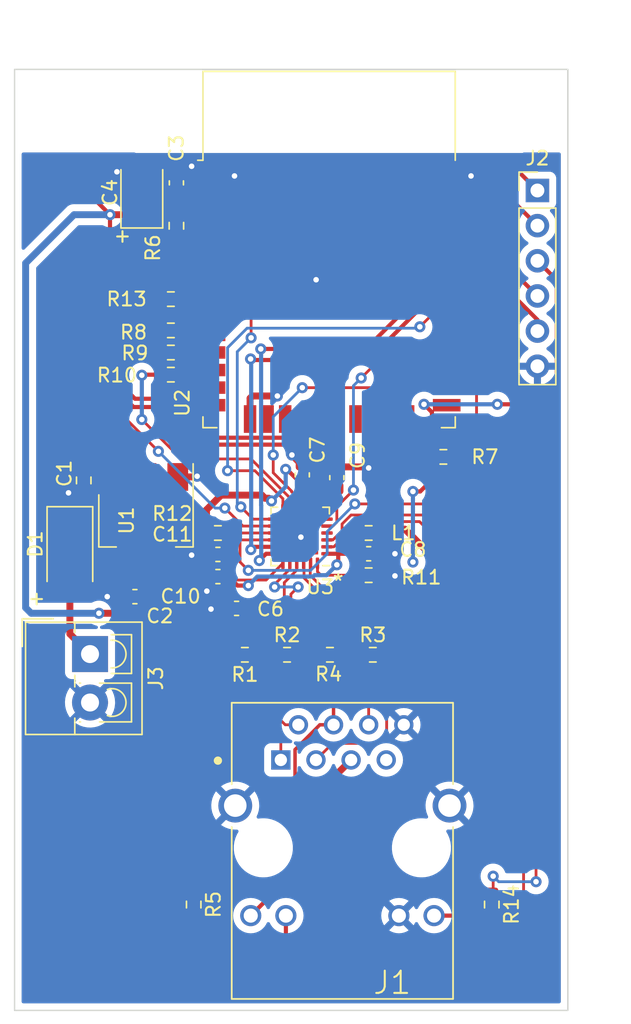
<source format=kicad_pcb>
(kicad_pcb (version 20211014) (generator pcbnew)
  (layers (0 "F.Cu" signal) (31 "B.Cu" signal) (34 "B.Paste" user) (35 "F.Paste" user) (36 "B.SilkS" user "B.Silkscreen") (37 "F.SilkS" user "F.Silkscreen") (38 "B.Mask" user) (39 "F.Mask" user) (44 "Edge.Cuts" user))
  (net 0 "")
  (net 1 "Net-(C1-Pad1)")
  (net 2 "GND")
  (net 3 "+3V3")
  (net 4 "Net-(C10-Pad1)")
  (net 5 "/VDDCR")
  (net 6 "/PHY_RST")
  (net 7 "VBUS")
  (net 8 "/TX+")
  (net 9 "/TX-")
  (net 10 "/RX+")
  (net 11 "/RX-")
  (net 12 "Net-(J1-Pad10)")
  (net 13 "/PHY_L1")
  (net 14 "/PHY_L2")
  (net 15 "/EN")
  (net 16 "/BOOT0")
  (net 17 "/ETH_RXD0")
  (net 18 "Net-(R8-Pad2)")
  (net 19 "/ETH_RXD1")
  (net 20 "Net-(R9-Pad2)")
  (net 21 "/ETH_CRS_DV")
  (net 22 "Net-(R10-Pad2)")
  (net 23 "Net-(R11-Pad1)")
  (net 24 "/PHY_INT")
  (net 42 "/PHY_RXER")
  (net 43 "/ETH_CLK")
  (net 45 "/ETH_MDIO")
  (net 46 "/ETH_TXD0")
  (net 48 "/ETH_TXEN")
  (net 49 "/RX")
  (net 50 "/TX")
  (net 51 "/ETH_TXD1")
  (net 52 "/ETH_MDC")
  (net 54 "Net-(J1-Pad12)")
  (footprint "Resistor_SMD:R_0603_1608Metric" (layer "F.Cu") (at 128.5 114.35 -90)
    (fp_text reference "R14")
    (fp_text value "270")
  )
  (footprint "Resistor_SMD:R_0603_1608Metric" (layer "F.Cu") (at 119.6 87.5 180)
    (fp_text reference "L1")
    (fp_text value "BLM18PG181SN1D")
  )
  (footprint "Resistor_SMD:R_0603_1608Metric" (layer "F.Cu") (at 119.6 90.55)
    (fp_text reference "R11")
    (fp_text value "12.1k")
  )
  (footprint "Resistor_SMD:R_0603_1608Metric" (layer "F.Cu") (at 105.3 74.46 180)
    (fp_text reference "R9")
    (fp_text value "10R")
  )
  (footprint "Package_DFN_QFN:QFN-24-1EP_4x4mm_P0.5mm_EP2.6x2.6mm" (layer "F.Cu") (at 114.65 87.75 180)
    (fp_text reference "U3")
    (fp_text value "LAN8720A")
  )
  (footprint "Capacitor_Tantalum_SMD:CP_EIA-3528-21_Kemet-B" (layer "F.Cu") (at 103.2 63 90)
    (fp_text reference "C4")
    (fp_text value "100u")
  )
  (footprint "Capacitor_SMD:C_0603_1608Metric" (layer "F.Cu") (at 102.7 92.1 180)
    (fp_text reference "C2")
    (fp_text value "10u")
  )
  (footprint "RF_Module:ESP32-WROOM-32" (layer "F.Cu") (at 116.74 70.01)
    (fp_text reference "U2")
    (fp_text value "ESP32-WROOM-32")
  )
  (footprint "Capacitor_SMD:C_0603_1608Metric" (layer "F.Cu") (at 119.6 89)
    (fp_text reference "C8")
    (fp_text value "100n")
  )
  (footprint "Capacitor_SMD:C_0603_1608Metric" (layer "F.Cu") (at 114.8 83.3 -90)
    (fp_text reference "C7")
    (fp_text value "100n")
  )
  (footprint "Resistor_SMD:R_0603_1608Metric" (layer "F.Cu") (at 105.7 65.3 90)
    (fp_text reference "R6")
    (fp_text value "10k")
  )
  (footprint "Resistor_SMD:R_0603_1608Metric" (layer "F.Cu") (at 119.9 96.3)
    (fp_text reference "R3")
    (fp_text value "49R9")
  )
  (footprint "Resistor_SMD:R_0603_1608Metric" (layer "F.Cu") (at 106.95 114.35 -90)
    (fp_text reference "R5")
    (fp_text value "270")
  )
  (footprint "Connector_PinHeader_2.54mm:PinHeader_1x06_P2.54mm_Vertical" (layer "F.Cu") (at 131.8 62.75)
    (fp_text reference "J2")
    (fp_text value "Conn_01x06_Male")
  )
  (footprint "Resistor_SMD:R_0603_1608Metric" (layer "F.Cu") (at 105.3 72.86 180)
    (fp_text reference "R8")
    (fp_text value "10R")
  )
  (footprint "TerminalBlock_4Ucon:TerminalBlock_4Ucon_1x02_P3.50mm_Vertical" (layer "F.Cu") (at 99.455 96.25 -90)
    (fp_text reference "J3")
    (fp_text value "Power")
  )
  (footprint "Capacitor_SMD:C_0603_1608Metric" (layer "F.Cu") (at 105.7 62.2 90)
    (fp_text reference "C3")
    (fp_text value "10u")
  )
  (footprint "Resistor_SMD:R_0603_1608Metric" (layer "F.Cu") (at 99 83.7 -90)
    (fp_text reference "C1")
    (fp_text value "10u")
  )
  (footprint "Capacitor_SMD:C_0603_1608Metric" (layer "F.Cu") (at 110.05 92.95)
    (fp_text reference "C6")
    (fp_text value "100n")
  )
  (footprint "Diode_SMD:D_SMA" (layer "F.Cu") (at 98 89 -90)
    (fp_text reference "D1")
    (fp_text value "SS14")
  )
  (footprint "Resistor_SMD:R_0603_1608Metric" (layer "F.Cu") (at 125 82)
    (fp_text reference "R7")
    (fp_text value "10k")
  )
  (footprint "Resistor_SMD:R_0603_1608Metric" (layer "F.Cu") (at 105.3 76.06 180)
    (fp_text reference "R10")
    (fp_text value "10R")
  )
  (footprint "lib:HANRUN_HR911105A" (layer "F.Cu") (at 117.7 110.25 180)
    (fp_text reference "J1")
    (fp_text value "HR911105A")
  )
  (footprint "Resistor_SMD:R_0603_1608Metric" (layer "F.Cu") (at 110.65 96.3 180)
    (fp_text reference "R1")
    (fp_text value "49R9")
  )
  (footprint "Resistor_SMD:R_0603_1608Metric" (layer "F.Cu") (at 113.7 96.3)
    (fp_text reference "R2")
    (fp_text value "49R9")
  )
  (footprint "Capacitor_SMD:C_0603_1608Metric" (layer "F.Cu") (at 108.7 90.65 180)
    (fp_text reference "C10")
    (fp_text value "100n")
  )
  (footprint "Resistor_SMD:R_0603_1608Metric" (layer "F.Cu") (at 116.8 96.3 180)
    (fp_text reference "R4")
    (fp_text value "49R9")
  )
  (footprint "Resistor_SMD:R_0603_1608Metric" (layer "F.Cu") (at 105.3 70.6 180)
    (fp_text reference "R13")
    (fp_text value "10k")
  )
  (footprint "Capacitor_SMD:C_0603_1608Metric" (layer "F.Cu") (at 117.3 83.5 90)
    (fp_text reference "C9")
    (fp_text value "100n")
  )
  (footprint "Package_TO_SOT_SMD:SOT-223-3_TabPin2" (layer "F.Cu") (at 103.5 86.6 -90)
    (fp_text reference "U1")
    (fp_text value "AMS1117-3.3")
  )
  (footprint "Resistor_SMD:R_0603_1608Metric" (layer "F.Cu") (at 108.7 87.5)
    (fp_text reference "R12")
    (fp_text value "10k")
  )
  (footprint "Capacitor_SMD:C_0603_1608Metric" (layer "F.Cu") (at 108.7 89.05 180)
    (fp_text reference "C11")
    (fp_text value "100n")
  )
  (gr_rect (start 94 122) (end 134 54) (layer "Edge.Cuts") (width 0.1) (fill none))
  (gr_text "+" (at 95.6 92.2) (layer "F.SilkS") (effects (font (size 1 1))))
  (gr_text "*" (at 117.4 91) (layer "F.SilkS") (effects (font (size 1 1))))
  (gr_text "+" (at 101.8 66) (layer "F.SilkS") (effects (font (size 1 1))))
  (segment (start 96.6 84.4) (end 98.125 82.875) (width 0.5) (layer "F.Cu") (net 1))
  (segment (start 96.6 85.6) (end 96.6 84.4) (width 0.5) (layer "F.Cu") (net 1))
  (segment (start 98.125 82.875) (end 99 82.875) (width 0.5) (layer "F.Cu") (net 1))
  (segment (start 98 87) (end 96.6 85.6) (width 0.5) (layer "F.Cu") (net 1))
  (segment (start 100.625 82.875) (end 101.2 83.45) (width 0.5) (layer "F.Cu") (net 1))
  (segment (start 99 82.875) (end 100.625 82.875) (width 0.5) (layer "F.Cu") (net 1))
  (segment (start 103.2 61.4625) (end 101.4625 61.4625) (width 0.5) (layer "F.Cu") (net 2))
  (segment (start 105.7 61.425) (end 106.375 61.425) (width 0.5) (layer "F.Cu") (net 2))
  (segment (start 101.4625 61.4625) (end 101.4 61.4) (width 0.5) (layer "F.Cu") (net 2))
  (segment (start 111.025 79.265) (end 111.025 77.765) (width 0.5) (layer "F.Cu") (net 2))
  (segment (start 120.425 90.55) (end 121.45 90.55) (width 0.2) (layer "F.Cu") (net 2))
  (segment (start 121.45 90.55) (end 121.5 90.6) (width 0.2) (layer "F.Cu") (net 2))
  (segment (start 107.15 83.45) (end 107.2 83.4) (width 0.5) (layer "F.Cu") (net 2))
  (segment (start 101.925 92.1) (end 100.7 92.1) (width 0.5) (layer "F.Cu") (net 2))
  (segment (start 105.8 83.45) (end 107.15 83.45) (width 0.5) (layer "F.Cu") (net 2))
  (segment (start 108.25 92.95) (end 108.2 93) (width 0.5) (layer "F.Cu") (net 2))
  (segment (start 106.375 61.425) (end 106.8 61) (width 0.5) (layer "F.Cu") (net 2))
  (segment (start 114.8 82.525) (end 114.711014 82.525) (width 0.5) (layer "F.Cu") (net 2))
  (segment (start 107.925 90.65) (end 107.9 90.675) (width 0.2) (layer "F.Cu") (net 2))
  (segment (start 119.525 82.725) (end 119.6 82.8) (width 0.5) (layer "F.Cu") (net 2))
  (segment (start 114.711014 82.525) (end 114.049536 81.863522) (width 0.5) (layer "F.Cu") (net 2))
  (segment (start 125.24 61.755) (end 126.945 61.755) (width 0.2) (layer "F.Cu") (net 2))
  (segment (start 109.275 92.95) (end 108.25 92.95) (width 0.5) (layer "F.Cu") (net 2))
  (segment (start 111.025 77.765) (end 111.19 77.6) (width 0.5) (layer "F.Cu") (net 2))
  (segment (start 107.9 90.675) (end 107.9 91.7) (width 0.2) (layer "F.Cu") (net 2))
  (segment (start 108.24 61.755) (end 109.845 61.755) (width 0.5) (layer "F.Cu") (net 2))
  (segment (start 109.845 61.755) (end 109.9 61.7) (width 0.5) (layer "F.Cu") (net 2))
  (segment (start 126.945 61.755) (end 127 61.7) (width 0.2) (layer "F.Cu") (net 2))
  (segment (start 107.925 89.05) (end 106.85 89.05) (width 0.2) (layer "F.Cu") (net 2))
  (segment (start 99 84.525) (end 97.975 84.525) (width 0.5) (layer "F.Cu") (net 2))
  (segment (start 117.3 82.725) (end 119.525 82.725) (width 0.5) (layer "F.Cu") (net 2))
  (segment (start 120.375 89) (end 121.5 89) (width 0.2) (layer "F.Cu") (net 2))
  (segment (start 106.85 89.05) (end 106.8 89.1) (width 0.2) (layer "F.Cu") (net 2))
  (segment (start 97.975 84.525) (end 97.9 84.6) (width 0.5) (layer "F.Cu") (net 2))
  (segment (start 111.19 77.6) (end 113 77.6) (width 0.5) (layer "F.Cu") (net 2))
  (via (at 97.9 84.6) (size 0.8) (drill 0.4) (layers "F.Cu" "B.Cu") (net 2))
  (via (at 127 61.7) (size 0.8) (drill 0.4) (layers "F.Cu" "B.Cu") (net 2))
  (via (at 100.7 92.1) (size 0.8) (drill 0.4) (layers "F.Cu" "B.Cu") (net 2))
  (via (at 106.8 61) (size 0.8) (drill 0.4) (layers "F.Cu" "B.Cu") (net 2))
  (via (at 107.2 83.4) (size 0.8) (drill 0.4) (layers "F.Cu" "B.Cu") (net 2))
  (via (at 114.049536 81.863522) (size 0.8) (drill 0.4) (layers "F.Cu" "B.Cu") (net 2))
  (via (at 109.9 61.7) (size 0.8) (drill 0.4) (layers "F.Cu" "B.Cu") (net 2))
  (via (at 121.5 89) (size 0.8) (drill 0.4) (layers "F.Cu" "B.Cu") (net 2))
  (via (at 121.5 90.6) (size 0.8) (drill 0.4) (layers "F.Cu" "B.Cu") (net 2))
  (via (at 108.2 93) (size 0.8) (drill 0.4) (layers "F.Cu" "B.Cu") (net 2))
  (via (at 114.7 87.8) (size 0.8) (drill 0.4) (layers "F.Cu" "B.Cu") (net 2))
  (via (at 101.4 61.4) (size 0.8) (drill 0.4) (layers "F.Cu" "B.Cu") (net 2))
  (via (at 106.8 89.1) (size 0.8) (drill 0.4) (layers "F.Cu" "B.Cu") (net 2))
  (via (at 107.9 91.7) (size 0.8) (drill 0.4) (layers "F.Cu" "B.Cu") (net 2))
  (via (at 113 77.6) (size 0.8) (drill 0.4) (layers "F.Cu" "B.Cu") (net 2))
  (via (at 119.6 82.8) (size 0.8) (drill 0.4) (layers "F.Cu" "B.Cu") (net 2))
  (via (at 115.8 69.2) (size 0.8) (drill 0.4) (layers "F.Cu" "B.Cu") (net 2))
  (segment (start 105.6375 64.5375) (end 105.7 64.475) (width 0.5) (layer "F.Cu") (net 3))
  (segment (start 114.5 105.75) (end 114.277989 105.527989) (width 0.5) (layer "F.Cu") (net 3))
  (segment (start 114.277989 105.527989) (end 111.277989 105.527989) (width 0.5) (layer "F.Cu") (net 3))
  (segment (start 120.700009 87.224991) (end 120.425 87.5) (width 0.5) (layer "F.Cu") (net 3))
  (segment (start 116.25 105.75) (end 116.15 105.75) (width 0.5) (layer "F.Cu") (net 3))
  (segment (start 107.875 87.5) (end 107.875 85.823623) (width 0.5) (layer "F.Cu") (net 3))
  (segment (start 99.8 63.4) (end 100.9 64.5) (width 0.3) (layer "F.Cu") (net 3))
  (segment (start 110.35 93.95) (end 110.825 93.475) (width 0.5) (layer "F.Cu") (net 3))
  (segment (start 114.9 84.175) (end 114.8 84.075) (width 0.3) (layer "F.Cu") (net 3))
  (segment (start 100.249501 60.250499) (end 99.8 60.7) (width 0.3) (layer "F.Cu") (net 3))
  (segment (start 124 104) (end 124 98) (width 0.5) (layer "F.Cu") (net 3))
  (segment (start 106.9 101.15) (end 106.9 96.2) (width 0.5) (layer "F.Cu") (net 3))
  (segment (start 122.25 105.75) (end 124 104) (width 0.5) (layer "F.Cu") (net 3))
  (segment (start 111.877711 84.763328) (end 112.101572 84.98719) (width 0.5) (layer "F.Cu") (net 3))
  (segment (start 103.475 92.1) (end 103.475 92.925) (width 0.5) (layer "F.Cu") (net 3))
  (segment (start 125.825 82) (end 123.325 84.5) (width 0.3) (layer "F.Cu") (net 3))
  (segment (start 117.06 97.385) (end 117.06 101.36) (width 0.25) (layer "F.Cu") (net 3))
  (segment (start 117.06 101.36) (end 116.071465 101.36) (width 0.25) (layer "F.Cu") (net 3))
  (segment (start 103.1625 64.5) (end 103.2 64.5375) (width 0.5) (layer "F.Cu") (net 3))
  (segment (start 103.5 92.075) (end 103.475 92.1) (width 0.5) (layer "F.Cu") (net 3))
  (segment (start 114.8 84.075) (end 114.8 84.012493) (width 0.3) (layer "F.Cu") (net 3))
  (segment (start 123.325 84.5) (end 122.8 84.5) (width 0.3) (layer "F.Cu") (net 3))
  (segment (start 114.525 96.3) (end 115.975 96.3) (width 0.25) (layer "F.Cu") (net 3))
  (segment (start 124 96.5) (end 123.8 96.3) (width 0.5) (layer "F.Cu") (net 3))
  (segment (start 103.5 89.75) (end 104.55 89.75) (width 0.5) (layer "F.Cu") (net 3))
  (segment (start 106.9 96.2) (end 106.9 94.2) (width 0.5) (layer "F.Cu") (net 3))
  (segment (start 115.975 96.3) (end 117.06 97.385) (width 0.25) (layer "F.Cu") (net 3))
  (segment (start 112.376176 84.98719) (end 112.57347 85.184484) (width 0.5) (layer "F.Cu") (net 3))
  (segment (start 112.101572 84.98719) (end 112.376176 84.98719) (width 0.5) (layer "F.Cu") (net 3))
  (segment (start 110.825 93.475) (end 110.825 92.95) (width 0.5) (layer "F.Cu") (net 3))
  (segment (start 116.15 110.075) (end 116.15 105.75) (width 0.3) (layer "F.Cu") (net 3))
  (segment (start 103.5 83.45) (end 103.5 89.75) (width 0.5) (layer "F.Cu") (net 3))
  (segment (start 108.935295 84.763328) (end 111.877711 84.763328) (width 0.5) (layer "F.Cu") (net 3))
  (segment (start 100.9 67.025) (end 100.9 64.5) (width 0.3) (layer "F.Cu") (net 3))
  (segment (start 103.475 92.925) (end 103.1 93.3) (width 0.5) (layer "F.Cu") (net 3))
  (segment (start 105.7 62.975) (end 108.19 62.975) (width 0.5) (layer "F.Cu") (net 3))
  (segment (start 105.7 64.475) (end 105.7 62.975) (width 0.5) (layer "F.Cu") (net 3))
  (segment (start 116.25 105.75) (end 122.25 105.75) (width 0.5) (layer "F.Cu") (net 3))
  (segment (start 116.15 105.75) (end 114.5 105.75) (width 0.5) (layer "F.Cu") (net 3))
  (segment (start 123.8 96.3) (end 120.725 96.3) (width 0.5) (layer "F.Cu") (net 3))
  (segment (start 131.8 62.75) (end 129.300499 60.250499) (width 0.3) (layer "F.Cu") (net 3))
  (segment (start 122.8 89.6) (end 122.8 88) (width 0.3) (layer "F.Cu") (net 3))
  (segment (start 122.224991 87.224991) (end 120.700009 87.224991) (width 0.5) (layer "F.Cu") (net 3))
  (segment (start 109.825 96.3) (end 107 96.3) (width 0.5) (layer "F.Cu") (net 3))
  (segment (start 124 89) (end 122.9 87.9) (width 0.5) (layer "F.Cu") (net 3))
  (segment (start 124 96.5) (end 124 89) (width 0.5) (layer "F.Cu") (net 3))
  (segment (start 107.875 85.823623) (end 108.935295 84.763328) (width 0.5) (layer "F.Cu") (net 3))
  (segment (start 107 96.3) (end 106.9 96.2) (width 0.5) (layer "F.Cu") (net 3))
  (segment (start 129.300499 60.250499) (end 100.249501 60.250499) (width 0.3) (layer "F.Cu") (net 3))
  (segment (start 111.075 115.15) (end 116.15 110.075) (width 0.3) (layer "F.Cu") (net 3))
  (segment (start 106.9 94.2) (end 107.15 93.95) (width 0.5) (layer "F.Cu") (net 3))
  (segment (start 114.8 84.012493) (end 113.687507 82.9) (width 0.3) (layer "F.Cu") (net 3))
  (segment (start 113.687507 82.9) (end 113.6 82.9) (width 0.3) (layer "F.Cu") (net 3))
  (segment (start 99.8 60.7) (end 99.8 63.4) (width 0.3) (layer "F.Cu") (net 3))
  (segment (start 100.9 64.5) (end 103.1625 64.5) (width 0.5) (layer "F.Cu") (net 3))
  (segment (start 103.5 89.75) (end 103.5 92.075) (width 0.5) (layer "F.Cu") (net 3))
  (segment (start 103.1 93.3) (end 100.1 93.3) (width 0.5) (layer "F.Cu") (net 3))
  (segment (start 116.48 105.75) (end 116.25 105.75) (width 0.5) (layer "F.Cu") (net 3))
  (segment (start 116.071465 101.36) (end 114.277989 103.153476) (width 0.25) (layer "F.Cu") (net 3))
  (segment (start 124 98) (end 124 96.5) (width 0.5) (layer "F.Cu") (net 3))
  (segment (start 103.2 64.5375) (end 105.6375 64.5375) (width 0.5) (layer "F.Cu") (net 3))
  (segment (start 107.15 93.95) (end 110.35 93.95) (width 0.5) (layer "F.Cu") (net 3))
  (segment (start 114.9 85.8125) (end 114.9 84.175) (width 0.3) (layer "F.Cu") (net 3))
  (segment (start 114.277989 103.153476) (end 114.277989 105.527989) (width 0.25) (layer "F.Cu") (net 3))
  (segment (start 122.8 88) (end 122.9 87.9) (width 0.3) (layer "F.Cu") (net 3))
  (segment (start 103.475 92.1) (end 105.3 92.1) (width 0.5) (layer "F.Cu") (net 3))
  (segment (start 118.33 103.9) (end 116.48 105.75) (width 0.5) (layer "F.Cu") (net 3))
  (segment (start 106.8 87.5) (end 107.875 87.5) (width 0.5) (layer "F.Cu") (net 3))
  (segment (start 108.19 62.975) (end 108.24 63.025) (width 0.5) (layer "F.Cu") (net 3))
  (segment (start 111.277989 105.527989) (end 106.9 101.15) (width 0.5) (layer "F.Cu") (net 3))
  (segment (start 104.55 89.75) (end 106.8 87.5) (width 0.5) (layer "F.Cu") (net 3))
  (segment (start 105.3 92.1) (end 107.15 93.95) (width 0.5) (layer "F.Cu") (net 3))
  (segment (start 104.475 70.6) (end 100.9 67.025) (width 0.3) (layer "F.Cu") (net 3))
  (segment (start 122.9 87.9) (end 122.224991 87.224991) (width 0.5) (layer "F.Cu") (net 3))
  (via (at 113.6 82.9) (size 0.8) (drill 0.4) (layers "F.Cu" "B.Cu") (net 3))
  (via (at 112.57347 85.184484) (size 0.8) (drill 0.4) (layers "F.Cu" "B.Cu") (net 3))
  (via (at 100.1 93.3) (size 0.8) (drill 0.4) (layers "F.Cu" "B.Cu") (net 3))
  (via (at 100.9 64.5) (size 0.8) (drill 0.4) (layers "F.Cu" "B.Cu") (net 3))
  (via (at 122.8 89.6) (size 0.8) (drill 0.4) (layers "F.Cu" "B.Cu") (net 3))
  (via (at 122.8 84.5) (size 0.8) (drill 0.4) (layers "F.Cu" "B.Cu") (net 3))
  (segment (start 100.1 93.3) (end 95.2 93.3) (width 0.5) (layer "B.Cu") (net 3))
  (segment (start 94.8 68) (end 98.3 64.5) (width 0.5) (layer "B.Cu") (net 3))
  (segment (start 94.8 92.9) (end 94.8 68) (width 0.5) (layer "B.Cu") (net 3))
  (segment (start 95.2 93.3) (end 94.8 92.9) (width 0.5) (layer "B.Cu") (net 3))
  (segment (start 113.6 82.9) (end 113.6 84.157954) (width 0.3) (layer "B.Cu") (net 3))
  (segment (start 113.6 84.157954) (end 112.57347 85.184484) (width 0.3) (layer "B.Cu") (net 3))
  (segment (start 98.3 64.5) (end 100.9 64.5) (width 0.5) (layer "B.Cu") (net 3))
  (segment (start 122.8 84.5) (end 122.8 89.6) (width 0.3) (layer "B.Cu") (net 3))
  (segment (start 109.475 90.65) (end 109.724501 90.899501) (width 0.2) (layer "F.Cu") (net 4))
  (segment (start 112.187999 90.899501) (end 113.4 89.6875) (width 0.2) (layer "F.Cu") (net 4))
  (segment (start 110.9 91.3) (end 110.125 91.3) (width 0.3) (layer "F.Cu") (net 4))
  (segment (start 117.4 89.7) (end 117.3 89.8) (width 0.3) (layer "F.Cu") (net 4))
  (segment (start 109.724501 90.899501) (end 112.187999 90.899501) (width 0.2) (layer "F.Cu") (net 4))
  (segment (start 118.775 88.95) (end 118.825 89) (width 0.3) (layer "F.Cu") (net 4))
  (segment (start 110.125 91.3) (end 109.475 90.65) (width 0.3) (layer "F.Cu") (net 4))
  (segment (start 116.5875 89) (end 117.4 89) (width 0.3) (layer "F.Cu") (net 4))
  (segment (start 118.775 87.5) (end 118.775 88.95) (width 0.3) (layer "F.Cu") (net 4))
  (segment (start 117.4 89) (end 118.825 89) (width 0.3) (layer "F.Cu") (net 4))
  (segment (start 117.4 89) (end 117.4 89.7) (width 0.3) (layer "F.Cu") (net 4))
  (via (at 117.3 89.8) (size 0.8) (drill 0.4) (layers "F.Cu" "B.Cu") (net 4))
  (via (at 110.9 91.3) (size 0.8) (drill 0.4) (layers "F.Cu" "B.Cu") (net 4))
  (segment (start 115.586193 90.649511) (end 115.213806 90.64951) (width 0.3) (layer "B.Cu") (net 4))
  (segment (start 116.550489 90.549511) (end 115.686193 90.549511) (width 0.3) (layer "B.Cu") (net 4))
  (segment (start 111.550489 90.649511) (end 110.9 91.3) (width 0.3) (layer "B.Cu") (net 4))
  (segment (start 117.3 89.8) (end 116.550489 90.549511) (width 0.3) (layer "B.Cu") (net 4))
  (segment (start 115.686193 90.549511) (end 115.586193 90.649511) (width 0.3) (layer "B.Cu") (net 4))
  (segment (start 115.213806 90.64951) (end 111.550489 90.649511) (width 0.3) (layer "B.Cu") (net 4))
  (segment (start 117.3 85.035006) (end 117.3 84.275) (width 0.2) (layer "F.Cu") (net 5))
  (segment (start 116.5875 85.747506) (end 117.3 85.035006) (width 0.2) (layer "F.Cu") (net 5))
  (segment (start 116.5875 86.5) (end 116.5875 85.747506) (width 0.2) (layer "F.Cu") (net 5))
  (segment (start 112.7125 87.5) (end 109.525 87.5) (width 0.2) (layer "F.Cu") (net 6))
  (segment (start 109.475 89.05) (end 109.525 89) (width 0.3) (layer "F.Cu") (net 6))
  (segment (start 109.525 89) (end 109.525 87.5) (width 0.3) (layer "F.Cu") (net 6))
  (segment (start 98 94.795) (end 99.455 96.25) (width 0.5) (layer "F.Cu") (net 7))
  (segment (start 98 91) (end 98 94.795) (width 0.5) (layer "F.Cu") (net 7))
  (segment (start 113.25 103.9) (end 113.25 101.678199) (width 0.2) (layer "F.Cu") (net 8))
  (segment (start 111.825 96.65) (end 111.475 96.3) (width 0.2) (layer "F.Cu") (net 8))
  (segment (start 111.475 96.3) (end 113.5 94.275) (width 0.2) (layer "F.Cu") (net 8))
  (segment (start 111.825 100.253199) (end 111.825 96.65) (width 0.2) (layer "F.Cu") (net 8))
  (segment (start 114.4 90.1818) (end 114.4 89.6875) (width 0.2) (layer "F.Cu") (net 8))
  (segment (start 113.5 94.275) (end 113.5 91.0818) (width 0.2) (layer "F.Cu") (net 8))
  (segment (start 113.5 91.0818) (end 114.4 90.1818) (width 0.2) (layer "F.Cu") (net 8))
  (segment (start 113.25 101.678199) (end 111.825 100.253199) (width 0.2) (layer "F.Cu") (net 8))
  (segment (start 112.8005 91.211511) (end 112.8005 91.399011) (width 0.2) (layer "F.Cu") (net 9))
  (segment (start 112.275 96.9) (end 112.875 96.3) (width 0.2) (layer "F.Cu") (net 9))
  (segment (start 113.97784 91.92216) (end 114.5 91.4) (width 0.2) (layer "F.Cu") (net 9))
  (segment (start 113.9 90.112011) (end 112.8005 91.211511) (width 0.2) (layer "F.Cu") (net 9))
  (segment (start 112.875 96.3) (end 113.97784 95.19716) (width 0.2) (layer "F.Cu") (net 9))
  (segment (start 112.275 100.066801) (end 112.275 96.9) (width 0.2) (layer "F.Cu") (net 9))
  (segment (start 113.568199 101.36) (end 112.275 100.066801) (width 0.2) (layer "F.Cu") (net 9))
  (segment (start 114.52 101.36) (end 113.568199 101.36) (width 0.2) (layer "F.Cu") (net 9))
  (segment (start 113.97784 95.19716) (end 113.97784 91.92216) (width 0.2) (layer "F.Cu") (net 9))
  (segment (start 113.9 89.6875) (end 113.9 90.112011) (width 0.2) (layer "F.Cu") (net 9))
  (via (at 112.8005 91.399011) (size 0.8) (drill 0.4) (layers "F.Cu" "B.Cu") (net 9))
  (via (at 114.5 91.4) (size 0.8) (drill 0.4) (layers "F.Cu" "B.Cu") (net 9))
  (segment (start 112.801489 91.4) (end 112.8005 91.399011) (width 0.2) (layer "B.Cu") (net 9))
  (segment (start 114.5 91.4) (end 112.801489 91.4) (width 0.2) (layer "B.Cu") (net 9))
  (segment (start 114.320483 91.39901) (end 112.8005 91.399011) (width 0.2) (layer "B.Cu") (net 9))
  (segment (start 115.79 103.9) (end 116.99 102.7) (width 0.2) (layer "F.Cu") (net 10))
  (segment (start 120.3 102.7) (end 120.9 102.1) (width 0.2) (layer "F.Cu") (net 10))
  (segment (start 116.99 102.7) (end 120.3 102.7) (width 0.2) (layer "F.Cu") (net 10))
  (segment (start 118.575001 96.799999) (end 119.075 96.3) (width 0.2) (layer "F.Cu") (net 10))
  (segment (start 115.375001 89.712499) (end 115.375001 90.556801) (width 0.2) (layer "F.Cu") (net 10))
  (segment (start 120.9 102.1) (end 120.9 100.6318) (width 0.2) (layer "F.Cu") (net 10))
  (segment (start 118.525 93.7068) (end 118.525 95.75) (width 0.2) (layer "F.Cu") (net 10))
  (segment (start 115.375001 90.556801) (end 118.525 93.7068) (width 0.2) (layer "F.Cu") (net 10))
  (segment (start 120.9 100.6318) (end 118.575001 98.306801) (width 0.2) (layer "F.Cu") (net 10))
  (segment (start 115.4 89.6875) (end 115.375001 89.712499) (width 0.2) (layer "F.Cu") (net 10))
  (segment (start 118.525 95.75) (end 119.075 96.3) (width 0.2) (layer "F.Cu") (net 10))
  (segment (start 118.575001 98.306801) (end 118.575001 96.799999) (width 0.2) (layer "F.Cu") (net 10))
  (segment (start 118.124999 96.799999) (end 117.625 96.3) (width 0.2) (layer "F.Cu") (net 11))
  (segment (start 119.6 99.9682) (end 118.124999 98.493199) (width 0.2) (layer "F.Cu") (net 11))
  (segment (start 118.075 95.85) (end 117.625 96.3) (width 0.2) (layer "F.Cu") (net 11))
  (segment (start 118.075 93.8932) (end 118.075 95.85) (width 0.2) (layer "F.Cu") (net 11))
  (segment (start 118.124999 98.493199) (end 118.124999 96.799999) (width 0.2) (layer "F.Cu") (net 11))
  (segment (start 119.6 101.36) (end 119.6 99.9682) (width 0.2) (layer "F.Cu") (net 11))
  (segment (start 114.9 89.6875) (end 114.924999 89.712499) (width 0.2) (layer "F.Cu") (net 11))
  (segment (start 114.924999 89.712499) (end 114.924999 90.743199) (width 0.2) (layer "F.Cu") (net 11))
  (segment (start 114.924999 90.743199) (end 118.075 93.8932) (width 0.2) (layer "F.Cu") (net 11))
  (segment (start 113.615 116.685) (end 113.615 115.15) (width 0.3) (layer "F.Cu") (net 12))
  (segment (start 108.875 117.1) (end 113.2 117.1) (width 0.3) (layer "F.Cu") (net 12))
  (segment (start 113.2 117.1) (end 113.615 116.685) (width 0.3) (layer "F.Cu") (net 12))
  (segment (start 106.95 115.175) (end 108.875 117.1) (width 0.3) (layer "F.Cu") (net 12))
  (segment (start 124.1 86.2) (end 131.7 93.8) (width 0.2) (layer "F.Cu") (net 13))
  (segment (start 116.5875 88) (end 117.011973 88) (width 0.2) (layer "F.Cu") (net 13))
  (segment (start 131.7 93.8) (end 131.7 112.7) (width 0.2) (layer "F.Cu") (net 13))
  (segment (start 128.6 113.425) (end 128.5 113.525) (width 0.2) (layer "F.Cu") (net 13))
  (segment (start 117.675969 87.336004) (end 117.67597 86.852609) (width 0.2) (layer "F.Cu") (net 13))
  (segment (start 117.67597 86.852609) (end 118.328579 86.2) (width 0.2) (layer "F.Cu") (net 13))
  (segment (start 117.011973 88) (end 117.675969 87.336004) (width 0.2) (layer "F.Cu") (net 13))
  (segment (start 128.6 112.3) (end 128.6 113.425) (width 0.2) (layer "F.Cu") (net 13))
  (segment (start 118.328579 86.2) (end 124.1 86.2) (width 0.2) (layer "F.Cu") (net 13))
  (via (at 128.6 112.3) (size 0.8) (drill 0.4) (layers "F.Cu" "B.Cu") (net 13))
  (via (at 131.7 112.7) (size 0.8) (drill 0.4) (layers "F.Cu" "B.Cu") (net 13))
  (segment (start 131.7 112.7) (end 129 112.7) (width 0.2) (layer "B.Cu") (net 13))
  (segment (start 129 112.7) (end 128.6 112.3) (width 0.2) (layer "B.Cu") (net 13))
  (segment (start 130.8 119) (end 105 119) (width 0.2) (layer "F.Cu") (net 14))
  (segment (start 104.3 118.3) (end 104.3 116.175) (width 0.2) (layer "F.Cu") (net 14))
  (segment (start 118.075479 87.501487) (end 118.075479 87.018094) (width 0.2) (layer "F.Cu") (net 14))
  (segment (start 117.076966 88.5) (end 118.075479 87.501487) (width 0.2) (layer "F.Cu") (net 14))
  (segment (start 130.8 94.2) (end 130.8 119) (width 0.2) (layer "F.Cu") (net 14))
  (segment (start 104.3 116.175) (end 106.95 113.525) (width 0.2) (layer "F.Cu") (net 14))
  (segment (start 116.5875 88.5) (end 117.076966 88.5) (width 0.2) (layer "F.Cu") (net 14))
  (segment (start 118.075479 87.018094) (end 118.418093 86.67548) (width 0.2) (layer "F.Cu") (net 14))
  (segment (start 105 119) (end 104.3 118.3) (width 0.2) (layer "F.Cu") (net 14))
  (segment (start 118.418093 86.67548) (end 123.27548 86.67548) (width 0.2) (layer "F.Cu") (net 14))
  (segment (start 123.27548 86.67548) (end 130.8 94.2) (width 0.2) (layer "F.Cu") (net 14))
  (segment (start 107.53 64.295) (end 108.24 64.295) (width 0.3) (layer "F.Cu") (net 15))
  (segment (start 113.4 61) (end 123.890489 61) (width 0.3) (layer "F.Cu") (net 15))
  (segment (start 108.24 64.295) (end 110.105 64.295) (width 0.3) (layer "F.Cu") (net 15))
  (segment (start 123.890489 61) (end 123.990489 60.9) (width 0.3) (layer "F.Cu") (net 15))
  (segment (start 105.7 66.125) (end 107.53 64.295) (width 0.3) (layer "F.Cu") (net 15))
  (segment (start 127.41 60.9) (end 131.8 65.29) (width 0.3) (layer "F.Cu") (net 15))
  (segment (start 123.990489 60.9) (end 127.41 60.9) (width 0.3) (layer "F.Cu") (net 15))
  (segment (start 110.105 64.295) (end 113.4 61) (width 0.3) (layer "F.Cu") (net 15))
  (segment (start 133.2 69.23) (end 133.2 77.2) (width 0.3) (layer "F.Cu") (net 16))
  (segment (start 132.2 78.2) (end 128.9 78.2) (width 0.3) (layer "F.Cu") (net 16))
  (segment (start 124.175 78.775) (end 123.6 78.2) (width 0.3) (layer "F.Cu") (net 16))
  (segment (start 125.175 78.2) (end 125.24 78.265) (width 0.3) (layer "F.Cu") (net 16))
  (segment (start 123.6 78.2) (end 125.175 78.2) (width 0.3) (layer "F.Cu") (net 16))
  (segment (start 124.175 82) (end 124.175 78.775) (width 0.3) (layer "F.Cu") (net 16))
  (segment (start 133.2 77.2) (end 132.2 78.2) (width 0.3) (layer "F.Cu") (net 16))
  (segment (start 131.8 67.83) (end 133.2 69.23) (width 0.3) (layer "F.Cu") (net 16))
  (via (at 128.9 78.2) (size 0.8) (drill 0.4) (layers "F.Cu" "B.Cu") (net 16))
  (via (at 123.6 78.2) (size 0.8) (drill 0.4) (layers "F.Cu" "B.Cu") (net 16))
  (segment (start 128.9 78.2) (end 123.6 78.2) (width 0.3) (layer "B.Cu") (net 16))
  (segment (start 106.45 73.185) (end 106.125 72.86) (width 0.3) (layer "F.Cu") (net 17))
  (segment (start 108.24 73.185) (end 106.45 73.185) (width 0.3) (layer "F.Cu") (net 17))
  (segment (start 115.9 82.240045) (end 114.773978 81.114022) (width 0.3) (layer "F.Cu") (net 18))
  (segment (start 105.5 78.4) (end 102.6 78.4) (width 0.3) (layer "F.Cu") (net 18))
  (segment (start 114.773978 81.114022) (end 108.214022 81.114022) (width 0.3) (layer "F.Cu") (net 18))
  (segment (start 101.5 74.9) (end 103.54 72.86) (width 0.3) (layer "F.Cu") (net 18))
  (segment (start 101.5 77.3) (end 101.5 74.9) (width 0.3) (layer "F.Cu") (net 18))
  (segment (start 115.4 84.962493) (end 115.9 84.462493) (width 0.3) (layer "F.Cu") (net 18))
  (segment (start 115.9 84.462493) (end 115.9 82.240045) (width 0.3) (layer "F.Cu") (net 18))
  (segment (start 102.6 78.4) (end 101.5 77.3) (width 0.3) (layer "F.Cu") (net 18))
  (segment (start 108.214022 81.114022) (end 105.5 78.4) (width 0.3) (layer "F.Cu") (net 18))
  (segment (start 115.4 85.8125) (end 115.4 84.962493) (width 0.3) (layer "F.Cu") (net 18))
  (segment (start 103.54 72.86) (end 104.475 72.86) (width 0.3) (layer "F.Cu") (net 18))
  (segment (start 106.13 74.455) (end 106.125 74.46) (width 0.3) (layer "F.Cu") (net 19))
  (segment (start 108.24 74.455) (end 106.13 74.455) (width 0.3) (layer "F.Cu") (net 19))
  (segment (start 105.625978 77.8) (end 102.706416 77.8) (width 0.3) (layer "F.Cu") (net 20))
  (segment (start 115.9 85.2) (end 116.4 84.7) (width 0.3) (layer "F.Cu") (net 20))
  (segment (start 115.9 85.8125) (end 115.9 85.2) (width 0.3) (layer "F.Cu") (net 20))
  (segment (start 102.1 75.1) (end 102.74 74.46) (width 0.3) (layer "F.Cu") (net 20))
  (segment (start 102.706416 77.8) (end 102.1 77.193584) (width 0.3) (layer "F.Cu") (net 20))
  (segment (start 116.4 82.033629) (end 114.980882 80.614511) (width 0.3) (layer "F.Cu") (net 20))
  (segment (start 114.980882 80.614511) (end 108.440489 80.614511) (width 0.3) (layer "F.Cu") (net 20))
  (segment (start 102.1 77.193584) (end 102.1 75.1) (width 0.3) (layer "F.Cu") (net 20))
  (segment (start 108.440489 80.614511) (end 105.625978 77.8) (width 0.3) (layer "F.Cu") (net 20))
  (segment (start 102.74 74.46) (end 104.475 74.46) (width 0.3) (layer "F.Cu") (net 20))
  (segment (start 116.4 84.7) (end 116.4 82.033629) (width 0.3) (layer "F.Cu") (net 20))
  (segment (start 108.24 75.725) (end 106.46 75.725) (width 0.3) (layer "F.Cu") (net 21))
  (segment (start 106.46 75.725) (end 106.125 76.06) (width 0.3) (layer "F.Cu") (net 21))
  (segment (start 103.24 76.06) (end 103.2 76.1) (width 0.3) (layer "F.Cu") (net 22))
  (segment (start 111.093712 82.150489) (end 106.050489 82.150489) (width 0.2) (layer "F.Cu") (net 22))
  (segment (start 113.9 84.956776) (end 111.093712 82.150489) (width 0.2) (layer "F.Cu") (net 22))
  (segment (start 106.050489 82.150489) (end 103.2 79.3) (width 0.2) (layer "F.Cu") (net 22))
  (segment (start 113.9 85.8125) (end 113.9 84.956776) (width 0.2) (layer "F.Cu") (net 22))
  (segment (start 104.475 76.06) (end 103.24 76.06) (width 0.3) (layer "F.Cu") (net 22))
  (via (at 103.2 76.1) (size 0.8) (drill 0.4) (layers "F.Cu" "B.Cu") (net 22))
  (via (at 103.2 79.3) (size 0.8) (drill 0.4) (layers "F.Cu" "B.Cu") (net 22))
  (segment (start 103.2 76.1) (end 103.2 79.3) (width 0.3) (layer "B.Cu") (net 22))
  (segment (start 115.9 90.3) (end 116.15 90.55) (width 0.2) (layer "F.Cu") (net 23))
  (segment (start 115.9 89.6875) (end 115.9 90.3) (width 0.2) (layer "F.Cu") (net 23))
  (segment (start 116.15 90.55) (end 118.775 90.55) (width 0.2) (layer "F.Cu") (net 23))
  (segment (start 106.125 71.175) (end 106.125 70.6) (width 0.2) (layer "F.Cu") (net 24))
  (segment (start 104.4 81.6) (end 100.8 78) (width 0.2) (layer "F.Cu") (net 24))
  (segment (start 100.8 78) (end 100.8 73) (width 0.2) (layer "F.Cu") (net 24))
  (segment (start 109.206427 85.7) (end 109.2 85.7) (width 0.2) (layer "F.Cu") (net 24))
  (segment (start 100.8 73) (end 102.3 71.5) (width 0.2) (layer "F.Cu") (net 24))
  (segment (start 102.3 71.5) (end 105.8 71.5) (width 0.2) (layer "F.Cu") (net 24))
  (segment (start 106.125 70.6) (end 106.17 70.645) (width 0.2) (layer "F.Cu") (net 24))
  (segment (start 110.506427 87) (end 109.206427 85.7) (width 0.2) (layer "F.Cu") (net 24))
  (segment (start 112.7125 87) (end 110.506427 87) (width 0.2) (layer "F.Cu") (net 24))
  (segment (start 106.17 70.645) (end 108.24 70.645) (width 0.2) (layer "F.Cu") (net 24))
  (segment (start 105.8 71.5) (end 106.125 71.175) (width 0.2) (layer "F.Cu") (net 24))
  (via (at 104.4 81.6) (size 0.8) (drill 0.4) (layers "F.Cu" "B.Cu") (net 24))
  (via (at 109.2 85.7) (size 0.8) (drill 0.4) (layers "F.Cu" "B.Cu") (net 24))
  (segment (start 108.5 85.7) (end 104.4 81.6) (width 0.2) (layer "B.Cu") (net 24))
  (segment (start 109.2 85.7) (end 108.5 85.7) (width 0.2) (layer "B.Cu") (net 24))
  (segment (start 112.7 83.147106) (end 112.7 81.863534) (width 0.2) (layer "F.Cu") (net 42))
  (segment (start 113.791461 84.238564) (end 113.791458 84.238564) (width 0.2) (layer "F.Cu") (net 42))
  (segment (start 124.460978 75.725) (end 125.24 75.725) (width 0.2) (layer "F.Cu") (net 42))
  (segment (start 114.4 84.891783) (end 114.025484 84.517267) (width 0.2) (layer "F.Cu") (net 42))
  (segment (start 123.185978 77) (end 124.460978 75.725) (width 0.2) (layer "F.Cu") (net 42))
  (segment (start 114.4 85.8125) (end 114.4 84.891783) (width 0.2) (layer "F.Cu") (net 42))
  (segment (start 114.025484 84.517267) (end 114.025484 84.472587) (width 0.2) (layer "F.Cu") (net 42))
  (segment (start 114.8 77) (end 123.185978 77) (width 0.2) (layer "F.Cu") (net 42))
  (segment (start 113.791458 84.238564) (end 112.7 83.147106) (width 0.2) (layer "F.Cu") (net 42))
  (segment (start 114.025484 84.472587) (end 113.791461 84.238564) (width 0.2) (layer "F.Cu") (net 42))
  (via (at 114.8 77) (size 0.8) (drill 0.4) (layers "F.Cu" "B.Cu") (net 42))
  (via (at 112.7 81.863534) (size 0.8) (drill 0.4) (layers "F.Cu" "B.Cu") (net 42))
  (segment (start 112.7 81.863534) (end 112.7 79.1) (width 0.2) (layer "B.Cu") (net 42))
  (segment (start 112.7 79.1) (end 114.8 77) (width 0.2) (layer "B.Cu") (net 42))
  (segment (start 116.5875 87) (end 117.011973 87) (width 0.2) (layer "F.Cu") (net 43))
  (segment (start 117.011973 87) (end 117.29952 86.712453) (width 0.2) (layer "F.Cu") (net 43))
  (segment (start 117.29952 86.712453) (end 117.29952 85.60048) (width 0.2) (layer "F.Cu") (net 43))
  (segment (start 125.24 74.455) (end 120.905288 74.455) (width 0.2) (layer "F.Cu") (net 43))
  (segment (start 120.905288 74.455) (end 119.059788 76.3005) (width 0.2) (layer "F.Cu") (net 43))
  (segment (start 117.29952 85.60048) (end 118.5 84.4) (width 0.2) (layer "F.Cu") (net 43))
  (via (at 118.5 84.4) (size 0.8) (drill 0.4) (layers "F.Cu" "B.Cu") (net 43))
  (via (at 119.059788 76.3005) (size 0.8) (drill 0.4) (layers "F.Cu" "B.Cu") (net 43))
  (segment (start 118.5 84.4) (end 118.5 76.860288) (width 0.2) (layer "B.Cu") (net 43))
  (segment (start 118.5 76.860288) (end 119.059788 76.3005) (width 0.2) (layer "B.Cu") (net 43))
  (segment (start 113.4 85.02177) (end 111.37823 83) (width 0.2) (layer "F.Cu") (net 45))
  (segment (start 123.985 71.915) (end 125.24 71.915) (width 0.2) (layer "F.Cu") (net 45))
  (segment (start 123.3 72.6) (end 123.985 71.915) (width 0.2) (layer "F.Cu") (net 45))
  (segment (start 113.4 85.8125) (end 113.4 85.02177) (width 0.2) (layer "F.Cu") (net 45))
  (segment (start 111.37823 83) (end 109.4 83) (width 0.2) (layer "F.Cu") (net 45))
  (via (at 123.3 72.6) (size 0.8) (drill 0.4) (layers "F.Cu" "B.Cu") (net 45))
  (via (at 109.4 83) (size 0.8) (drill 0.4) (layers "F.Cu" "B.Cu") (net 45))
  (segment (start 110.810256 72.700499) (end 123.199501 72.700499) (width 0.2) (layer "B.Cu") (net 45))
  (segment (start 109.4 83) (end 109.4 74.110755) (width 0.2) (layer "B.Cu") (net 45))
  (segment (start 123.199501 72.700499) (end 123.3 72.6) (width 0.2) (layer "B.Cu") (net 45))
  (segment (start 109.4 74.110755) (end 110.810256 72.700499) (width 0.2) (layer "B.Cu") (net 45))
  (segment (start 111.281956 88.5) (end 111.082456 88.6995) (width 0.3) (layer "F.Cu") (net 46))
  (segment (start 111.138594 75) (end 111.062647 74.924053) (width 0.3) (layer "F.Cu") (net 46))
  (segment (start 123.94 70.645) (end 119.585 75) (width 0.3) (layer "F.Cu") (net 46))
  (segment (start 112.7125 88.5) (end 111.281956 88.5) (width 0.3) (layer "F.Cu") (net 46))
  (segment (start 125.24 70.645) (end 123.94 70.645) (width 0.3) (layer "F.Cu") (net 46))
  (segment (start 119.585 75) (end 111.138594 75) (width 0.3) (layer "F.Cu") (net 46))
  (via (at 111.082456 88.6995) (size 0.8) (drill 0.4) (layers "F.Cu" "B.Cu") (net 46))
  (via (at 111.062647 74.924053) (size 0.8) (drill 0.4) (layers "F.Cu" "B.Cu") (net 46))
  (segment (start 111.106861 74.968267) (end 111.106861 88.675095) (width 0.3) (layer "B.Cu") (net 46))
  (segment (start 111.062647 74.924053) (end 111.106861 74.968267) (width 0.3) (layer "B.Cu") (net 46))
  (segment (start 111.106861 88.675095) (end 111.082456 88.6995) (width 0.3) (layer "B.Cu") (net 46))
  (segment (start 125.8 85.4) (end 118.6 85.4) (width 0.2) (layer "F.Cu") (net 48))
  (segment (start 110.9 90.2) (end 110.3 89.6) (width 0.2) (layer "F.Cu") (net 48))
  (segment (start 110.3 89.6) (end 110.3 88) (width 0.2) (layer "F.Cu") (net 48))
  (segment (start 127.4 83.8) (end 125.8 85.4) (width 0.2) (layer "F.Cu") (net 48))
  (segment (start 110.3 88) (end 112.7125 88) (width 0.2) (layer "F.Cu") (net 48))
  (segment (start 127.4 69.065) (end 127.4 83.8) (width 0.2) (layer "F.Cu") (net 48))
  (segment (start 125.24 68.105) (end 126.44 68.105) (width 0.2) (layer "F.Cu") (net 48))
  (segment (start 126.44 68.105) (end 127.4 69.065) (width 0.2) (layer "F.Cu") (net 48))
  (via (at 118.6 85.4) (size 0.8) (drill 0.4) (layers "F.Cu" "B.Cu") (net 48))
  (via (at 110.9 90.2) (size 0.8) (drill 0.4) (layers "F.Cu" "B.Cu") (net 48))
  (segment (start 116.6 89) (end 115.4 90.2) (width 0.2) (layer "B.Cu") (net 48))
  (segment (start 118.6 85.4) (end 116.6 87.4) (width 0.2) (layer "B.Cu") (net 48))
  (segment (start 115.4 90.2) (end 110.9 90.2) (width 0.2) (layer "B.Cu") (net 48))
  (segment (start 116.6 87.4) (end 116.6 89) (width 0.2) (layer "B.Cu") (net 48))
  (segment (start 126.54 66.835) (end 131.8 72.095) (width 0.3) (layer "F.Cu") (net 49))
  (segment (start 131.8 72.095) (end 131.8 72.91) (width 0.3) (layer "F.Cu") (net 49))
  (segment (start 125.24 66.835) (end 126.54 66.835) (width 0.3) (layer "F.Cu") (net 49))
  (segment (start 126.995 65.565) (end 131.8 70.37) (width 0.3) (layer "F.Cu") (net 50))
  (segment (start 125.24 65.565) (end 126.995 65.565) (width 0.3) (layer "F.Cu") (net 50))
  (segment (start 123.1 65.135) (end 123.94 64.295) (width 0.3) (layer "F.Cu") (net 51))
  (segment (start 123.94 64.295) (end 125.24 64.295) (width 0.3) (layer "F.Cu") (net 51))
  (segment (start 119.4 74.2) (end 123.1 70.5) (width 0.3) (layer "F.Cu") (net 51))
  (segment (start 112.183842 89) (end 111.692948 89.490894) (width 0.3) (layer "F.Cu") (net 51))
  (segment (start 112.7125 89) (end 112.183842 89) (width 0.3) (layer "F.Cu") (net 51))
  (segment (start 123.1 70.5) (end 123.1 65.135) (width 0.3) (layer "F.Cu") (net 51))
  (segment (start 111.8 74.2) (end 119.4 74.2) (width 0.3) (layer "F.Cu") (net 51))
  (via (at 111.692948 89.490894) (size 0.8) (drill 0.4) (layers "F.Cu" "B.Cu") (net 51))
  (via (at 111.8 74.2) (size 0.8) (drill 0.4) (layers "F.Cu" "B.Cu") (net 51))
  (segment (start 111.823969 74.223969) (end 111.823969 85.494939) (width 0.3) (layer "B.Cu") (net 51))
  (segment (start 111.8 74.2) (end 111.823969 74.223969) (width 0.3) (layer "B.Cu") (net 51))
  (segment (start 111.823969 85.494939) (end 111.833349 85.504319) (width 0.3) (layer "B.Cu") (net 51))
  (segment (start 111.833349 85.504319) (end 111.833349 89.350493) (width 0.3) (layer "B.Cu") (net 51))
  (segment (start 111.833349 89.350493) (end 111.692948 89.490894) (width 0.3) (layer "B.Cu") (net 51))
  (segment (start 116.370978 63.025) (end 125.24 63.025) (width 0.2) (layer "F.Cu") (net 52))
  (segment (start 112.7125 86.5) (end 111.244531 86.5) (width 0.2) (layer "F.Cu") (net 52))
  (segment (start 111.1 73.4) (end 111.1 68.295978) (width 0.2) (layer "F.Cu") (net 52))
  (segment (start 111.244531 86.5) (end 110.35736 85.612829) (width 0.2) (layer "F.Cu") (net 52))
  (segment (start 111.1 68.295978) (end 116.370978 63.025) (width 0.2) (layer "F.Cu") (net 52))
  (via (at 110.35736 85.612829) (size 0.8) (drill 0.4) (layers "F.Cu" "B.Cu") (net 52))
  (via (at 111.1 73.4) (size 0.8) (drill 0.4) (layers "F.Cu" "B.Cu") (net 52))
  (segment (start 110.1 85.355469) (end 110.35736 85.612829) (width 0.2) (layer "B.Cu") (net 52))
  (segment (start 110.1 74.4) (end 110.1 85.355469) (width 0.2) (layer "B.Cu") (net 52))
  (segment (start 111.1 73.4) (end 110.1 74.4) (width 0.2) (layer "B.Cu") (net 52))
  (segment (start 124.325 115.15) (end 128.475 115.15) (width 0.3) (layer "F.Cu") (net 54))
  (segment (start 128.475 115.15) (end 128.5 115.175) (width 0.3) (layer "F.Cu") (net 54))
  (zone (net 2) (net_name "GND") (layer "B.Cu") (connect_pads (clearance 0.508)) (min_thickness 0.254) (fill yes (thermal_gap 0.508) (thermal_bridge_width 0.508))
    (polygon (pts (xy 135 123) (xy 93 123) (xy 93 60) (xy 135 60)))
  )
)
</source>
